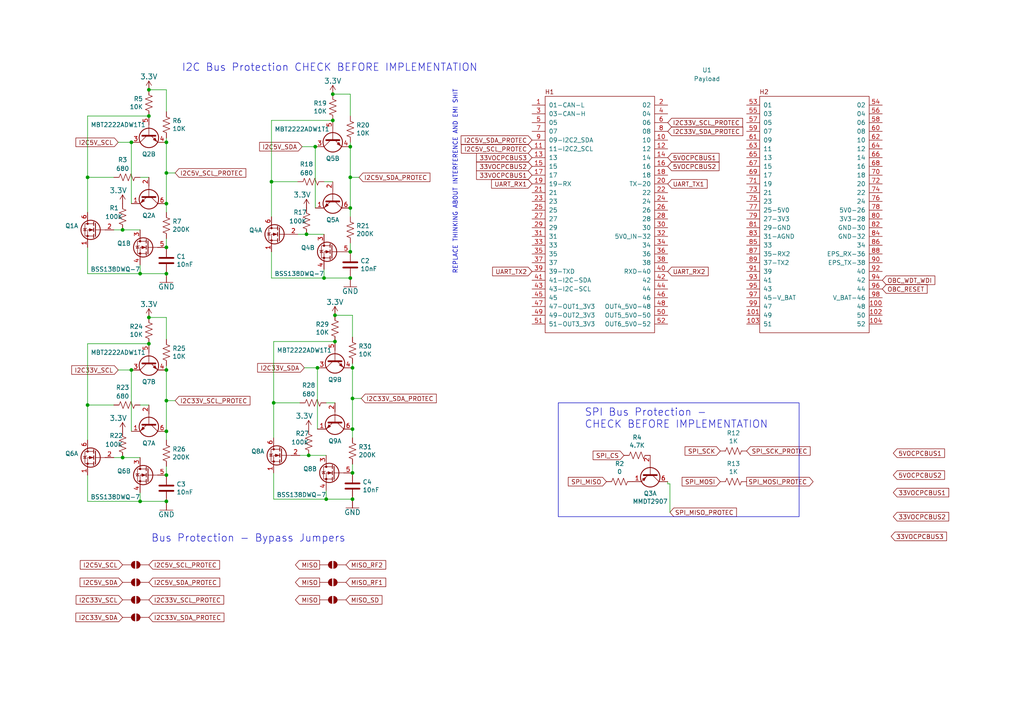
<source format=kicad_sch>
(kicad_sch (version 20231120) (generator "eeschema") (generator_version "8.0")
  (paper "A4")
  (lib_symbols
    (symbol "Device:C" (pin_numbers hide) (pin_names (offset 0.254))
      (property "Reference" "C" (at 0.635 2.54 0))
      (property "Value" "C" (at 0.635 -2.54 0))
      (symbol "C_0_1"
        (polyline (pts (xy -2.032 -0.762) (xy 2.032 -0.762)) (stroke (width 0.508)))
        (polyline (pts (xy -2.032 0.762) (xy 2.032 0.762)) (stroke (width 0.508)))
      )
      (symbol "C_1_1"
        (pin passive line (at 0 3.81 270) (length 2.794) (name "~") (number "1"))
        (pin passive line (at 0 -3.81 90) (length 2.794) (name "~") (number "2"))
      )
    )
    (symbol "Device:R_US" (pin_numbers hide) (pin_names (offset 0))
      (property "Reference" "R" (at 2.54 0 90))
      (property "Value" "R_US" (at -2.54 0 90))
      (symbol "R_US_0_1"
        (polyline (pts (xy 0 -2.286) (xy 0 -2.54)))
        (polyline (pts (xy 0 2.286) (xy 0 2.54)))
        (polyline (pts (xy 0 -0.762) (xy 1.016 -1.143) (xy 0 -1.524) (xy -1.016 -1.905) (xy 0 -2.286)))
        (polyline (pts (xy 0 0.762) (xy 1.016 0.381) (xy 0 0) (xy -1.016 -0.381) (xy 0 -0.762)))
        (polyline (pts (xy 0 2.286) (xy 1.016 1.905) (xy 0 1.524) (xy -1.016 1.143) (xy 0 0.762)))
      )
      (symbol "R_US_1_1"
        (pin passive line (at 0 3.81 270) (length 1.27) (name "~") (number "1"))
        (pin passive line (at 0 -3.81 90) (length 1.27) (name "~") (number "2"))
      )
    )
    (symbol "Jumper:SolderJumper_2_Open" (pin_numbers hide) (pin_names (offset 0) hide) (exclude_from_sim yes) (in_bom no)
      (property "Reference" "JP" (at 0 2.032 0))
      (property "Value" "SolderJumper_2_Open" (at 0 -2.54 0))
      (symbol "SolderJumper_2_Open_0_1"
        (arc (start -0.254 1.016) (mid -1.2656 0) (end -0.254 -1.016))
        (arc (start -0.254 1.016) (mid -1.2656 0) (end -0.254 -1.016) (fill (type outline)))
        (polyline (pts (xy -0.254 1.016) (xy -0.254 -1.016)))
        (polyline (pts (xy 0.254 1.016) (xy 0.254 -1.016)))
        (arc (start 0.254 -1.016) (mid 1.2656 0) (end 0.254 1.016))
        (arc (start 0.254 -1.016) (mid 1.2656 0) (end 0.254 1.016) (fill (type outline)))
      )
      (symbol "SolderJumper_2_Open_1_1"
        (pin passive line (at -3.81 0 0) (length 2.54) (name "A") (number "1"))
        (pin passive line (at 3.81 0 180) (length 2.54) (name "B") (number "2"))
      )
    )
    (symbol "PC104:Payload" (pin_names (offset 1.016))
      (property "Reference" "U" (at 44.45 34.29 0))
      (property "Value" "Payload" (at 43.18 -36.83 0))
      (symbol "Payload_0_0"
        (text "H1" (at -45.72 34.29 0) (effects (font (size 1.27 1.27))))
        (text "H2" (at 16.51 34.29 0) (effects (font (size 1.27 1.27))))
      )
      (symbol "Payload_0_1"
        (rectangle (start -46.99 33.02) (end -15.24 -35.56))
        (rectangle (start 15.24 -35.56) (end 46.99 33.02))
      )
      (symbol "Payload_1_1"
        (pin bidirectional line (at -50.8 30.48 0) (length 3.81) (name "01-CAN-L") (number "1"))
        (pin input line (at -11.43 20.32 180) (length 3.81) (name "10") (number "10"))
        (pin output line (at 50.8 -27.94 180) (length 3.81) (name "48") (number "100"))
        (pin output line (at 11.43 -30.48 0) (length 3.81) (name "49") (number "101"))
        (pin output line (at 50.8 -30.48 180) (length 3.81) (name "50") (number "102"))
        (pin output line (at 11.43 -33.02 0) (length 3.81) (name "51") (number "103"))
        (pin output line (at 50.8 -33.02 180) (length 3.81) (name "52") (number "104"))
        (pin input line (at -50.8 17.78 0) (length 3.81) (name "11-I2C2_SCL") (number "11"))
        (pin input line (at -11.43 17.78 180) (length 3.81) (name "12") (number "12"))
        (pin input line (at -50.8 15.24 0) (length 3.81) (name "13") (number "13"))
        (pin input line (at -11.43 15.24 180) (length 3.81) (name "14") (number "14"))
        (pin input line (at -50.8 12.7 0) (length 3.81) (name "15") (number "15"))
        (pin input line (at -11.43 12.7 180) (length 3.81) (name "16") (number "16"))
        (pin input line (at -50.8 10.16 0) (length 3.81) (name "17") (number "17"))
        (pin input line (at -11.43 10.16 180) (length 3.81) (name "18") (number "18"))
        (pin input line (at -50.8 7.62 0) (length 3.81) (name "19-RX") (number "19"))
        (pin input line (at -11.43 30.48 180) (length 3.81) (name "02") (number "2"))
        (pin output line (at -11.43 7.62 180) (length 3.81) (name "TX-20") (number "20"))
        (pin input line (at -50.8 5.08 0) (length 3.81) (name "21") (number "21"))
        (pin input line (at -11.43 5.08 180) (length 3.81) (name "22") (number "22"))
        (pin input line (at -50.8 2.54 0) (length 3.81) (name "23") (number "23"))
        (pin input line (at -11.43 2.54 180) (length 3.81) (name "24") (number "24"))
        (pin input line (at -50.8 0 0) (length 3.81) (name "25") (number "25"))
        (pin input line (at -11.43 0 180) (length 3.81) (name "26") (number "26"))
        (pin input line (at -50.8 -2.54 0) (length 3.81) (name "27") (number "27"))
        (pin input line (at -11.43 -2.54 180) (length 3.81) (name "28") (number "28"))
        (pin input line (at -50.8 -5.08 0) (length 3.81) (name "29") (number "29"))
        (pin bidirectional line (at -50.8 27.94 0) (length 3.81) (name "03-CAN-H") (number "3"))
        (pin input line (at -11.43 -5.08 180) (length 3.81) (name "30") (number "30"))
        (pin input line (at -50.8 -7.62 0) (length 3.81) (name "31") (number "31"))
        (pin input line (at -11.43 -7.62 180) (length 3.81) (name "5V0_IN-32") (number "32"))
        (pin input line (at -50.8 -10.16 0) (length 3.81) (name "33") (number "33"))
        (pin input line (at -11.43 -10.16 180) (length 3.81) (name "34") (number "34"))
        (pin input line (at -50.8 -12.7 0) (length 3.81) (name "35") (number "35"))
        (pin input line (at -11.43 -12.7 180) (length 3.81) (name "36") (number "36"))
        (pin input line (at -50.8 -15.24 0) (length 3.81) (name "37") (number "37"))
        (pin input line (at -11.43 -15.24 180) (length 3.81) (name "38") (number "38"))
        (pin output line (at -50.8 -17.78 0) (length 3.81) (name "39-TXD") (number "39"))
        (pin input line (at -11.43 27.94 180) (length 3.81) (name "04") (number "4"))
        (pin input line (at -11.43 -17.78 180) (length 3.81) (name "RXD-40") (number "40"))
        (pin bidirectional line (at -50.8 -20.32 0) (length 3.81) (name "41-I2C-SDA") (number "41"))
        (pin input line (at -11.43 -20.32 180) (length 3.81) (name "42") (number "42"))
        (pin input line (at -50.8 -22.86 0) (length 3.81) (name "43-I2C-SCL") (number "43"))
        (pin input line (at -11.43 -22.86 180) (length 3.81) (name "44") (number "44"))
        (pin input line (at -50.8 -25.4 0) (length 3.81) (name "45") (number "45"))
        (pin input line (at -11.43 -25.4 180) (length 3.81) (name "46") (number "46"))
        (pin output line (at -50.8 -27.94 0) (length 3.81) (name "47-OUT1_3V3") (number "47"))
        (pin output line (at -11.43 -27.94 180) (length 3.81) (name "OUT4_5V0-48") (number "48"))
        (pin output line (at -50.8 -30.48 0) (length 3.81) (name "49-OUT2_3V3") (number "49"))
        (pin input line (at -50.8 25.4 0) (length 3.81) (name "05") (number "5"))
        (pin output line (at -11.43 -30.48 180) (length 3.81) (name "OUT5_5V0-50") (number "50"))
        (pin output line (at -50.8 -33.02 0) (length 3.81) (name "51-OUT3_3V3") (number "51"))
        (pin output line (at -11.43 -33.02 180) (length 3.81) (name "OUT6_5V0-52") (number "52"))
        (pin output line (at 11.43 30.48 0) (length 3.81) (name "01") (number "53"))
        (pin output line (at 50.8 30.48 180) (length 3.81) (name "02") (number "54"))
        (pin output line (at 11.43 27.94 0) (length 3.81) (name "03") (number "55"))
        (pin output line (at 50.8 27.94 180) (length 3.81) (name "04") (number "56"))
        (pin output line (at 11.43 25.4 0) (length 3.81) (name "05") (number "57"))
        (pin output line (at 50.8 25.4 180) (length 3.81) (name "06") (number "58"))
        (pin output line (at 11.43 22.86 0) (length 3.81) (name "07") (number "59"))
        (pin input line (at -11.43 25.4 180) (length 3.81) (name "06") (number "6"))
        (pin output line (at 50.8 22.86 180) (length 3.81) (name "08") (number "60"))
        (pin output line (at 11.43 20.32 0) (length 3.81) (name "09") (number "61"))
        (pin output line (at 50.8 20.32 180) (length 3.81) (name "10") (number "62"))
        (pin output line (at 11.43 17.78 0) (length 3.81) (name "11") (number "63"))
        (pin output line (at 50.8 17.78 180) (length 3.81) (name "12") (number "64"))
        (pin output line (at 11.43 15.24 0) (length 3.81) (name "13") (number "65"))
        (pin output line (at 50.8 15.24 180) (length 3.81) (name "14") (number "66"))
        (pin output line (at 11.43 12.7 0) (length 3.81) (name "15") (number "67"))
        (pin output line (at 50.8 12.7 180) (length 3.81) (name "16") (number "68"))
        (pin output line (at 11.43 10.16 0) (length 3.81) (name "17") (number "69"))
        (pin input line (at -50.8 22.86 0) (length 3.81) (name "07") (number "7"))
        (pin output line (at 50.8 10.16 180) (length 3.81) (name "18") (number "70"))
        (pin output line (at 11.43 7.62 0) (length 3.81) (name "19") (number "71"))
        (pin output line (at 50.8 7.62 180) (length 3.81) (name "20") (number "72"))
        (pin output line (at 11.43 5.08 0) (length 3.81) (name "21") (number "73"))
        (pin output line (at 50.8 5.08 180) (length 3.81) (name "22") (number "74"))
        (pin output line (at 11.43 2.54 0) (length 3.81) (name "23") (number "75"))
        (pin output line (at 50.8 2.54 180) (length 3.81) (name "24") (number "76"))
        (pin output line (at 11.43 0 0) (length 3.81) (name "25-5V0") (number "77"))
        (pin output line (at 50.8 0 180) (length 3.81) (name "5V0-26") (number "78"))
        (pin output line (at 11.43 -2.54 0) (length 3.81) (name "27-3V3") (number "79"))
        (pin input line (at -11.43 22.86 180) (length 3.81) (name "08") (number "8"))
        (pin output line (at 50.8 -2.54 180) (length 3.81) (name "3V3-28") (number "80"))
        (pin output line (at 11.43 -5.08 0) (length 3.81) (name "29-GND") (number "81"))
        (pin output line (at 50.8 -5.08 180) (length 3.81) (name "GND-30") (number "82"))
        (pin output line (at 11.43 -7.62 0) (length 3.81) (name "31-AGND") (number "83"))
        (pin output line (at 50.8 -7.62 180) (length 3.81) (name "GND-32") (number "84"))
        (pin output line (at 11.43 -10.16 0) (length 3.81) (name "33") (number "85"))
        (pin output line (at 50.8 -10.16 180) (length 3.81) (name "34") (number "86"))
        (pin input line (at 11.43 -12.7 0) (length 3.81) (name "35-RX2") (number "87"))
        (pin input line (at 50.8 -12.7 180) (length 3.81) (name "EPS_RX-36") (number "88"))
        (pin output line (at 11.43 -15.24 0) (length 3.81) (name "37-TX2") (number "89"))
        (pin bidirectional line (at -50.8 20.32 0) (length 3.81) (name "09-I2C2_SDA") (number "9"))
        (pin output line (at 50.8 -15.24 180) (length 3.81) (name "EPS_TX-38") (number "90"))
        (pin output line (at 11.43 -17.78 0) (length 3.81) (name "39") (number "91"))
        (pin output line (at 50.8 -17.78 180) (length 3.81) (name "40") (number "92"))
        (pin output line (at 11.43 -20.32 0) (length 3.81) (name "41") (number "93"))
        (pin output line (at 50.8 -20.32 180) (length 3.81) (name "42") (number "94"))
        (pin output line (at 11.43 -22.86 0) (length 3.81) (name "43") (number "95"))
        (pin output line (at 50.8 -22.86 180) (length 3.81) (name "44") (number "96"))
        (pin output line (at 11.43 -25.4 0) (length 3.81) (name "45-V_BAT") (number "97"))
        (pin output line (at 50.8 -25.4 180) (length 3.81) (name "V_BAT-46") (number "98"))
        (pin output line (at 11.43 -27.94 0) (length 3.81) (name "47") (number "99"))
      )
    )
    (symbol "Transistor_BJT:MBT2222ADW1T1" (pin_names (offset 0) hide)
      (property "Reference" "Q" (at 5.08 1.27 0))
      (property "Value" "MBT2222ADW1T1" (at 5.08 -1.27 0))
      (symbol "MBT2222ADW1T1_0_1"
        (polyline (pts (xy 0.635 0) (xy -2.54 0)))
        (polyline (pts (xy 0.635 0.635) (xy 2.54 2.54)))
        (polyline (pts (xy 0.635 -0.635) (xy 2.54 -2.54) (xy 2.54 -2.54)))
        (polyline (pts (xy 0.635 1.905) (xy 0.635 -1.905) (xy 0.635 -1.905)) (stroke (width 0.508)))
        (polyline (pts (xy 1.27 -1.778) (xy 1.778 -1.27) (xy 2.286 -2.286) (xy 1.27 -1.778) (xy 1.27 -1.778)) (fill (type outline)))
        (circle (center 1.27 0) (radius 2.8194) (stroke (width 0.254)))
      )
      (symbol "MBT2222ADW1T1_1_1"
        (pin passive line (at 2.54 -5.08 90) (length 2.54) (name "E1") (number "1"))
        (pin input line (at -5.08 0 0) (length 2.54) (name "B1") (number "2"))
        (pin passive line (at 2.54 5.08 270) (length 2.54) (name "C1") (number "6"))
      )
      (symbol "MBT2222ADW1T1_2_1"
        (pin passive line (at 2.54 5.08 270) (length 2.54) (name "C2") (number "3"))
        (pin passive line (at 2.54 -5.08 90) (length 2.54) (name "E2") (number "4"))
        (pin input line (at -5.08 0 0) (length 2.54) (name "B2") (number "5"))
      )
    )
    (symbol "mainboard:3.3V" (power) (pin_names (offset 1.016))
      (property "Value" "3.3V" (at -1.016 3.556 0))
      (symbol "3.3V_1_0"
        (polyline (pts (xy 0 2.54) (xy -0.762 1.27)))
        (polyline (pts (xy 0.762 1.27) (xy 0 2.54)))
        (pin power_in line (at 0 0 90) (length 2.54) (name "3.3V") (number "1"))
      )
    )
    (symbol "mainboard:BSS138DWQ-7" (pin_names (offset 0.762) hide)
      (property "Reference" "Q" (at -2.54 5.08 0))
      (property "Value" "BSS138DWQ-7" (at 3.81 6.35 0))
      (symbol "BSS138DWQ-7_1_1"
        (polyline (pts (xy -1.016 0) (xy -3.81 0)))
        (polyline (pts (xy -1.016 1.905) (xy -1.016 -1.905)) (stroke (width 0.254)))
        (polyline (pts (xy -0.508 -1.27) (xy -0.508 -2.286)) (stroke (width 0.254)))
        (polyline (pts (xy -0.508 0.508) (xy -0.508 -0.508)) (stroke (width 0.254)))
        (polyline (pts (xy -0.508 2.286) (xy -0.508 1.27)) (stroke (width 0.254)))
        (polyline (pts (xy 1.27 2.54) (xy 1.27 1.778)))
        (polyline (pts (xy 1.27 -2.54) (xy 1.27 0) (xy -0.508 0)))
        (polyline (pts (xy -0.508 -1.778) (xy 2.032 -1.778) (xy 2.032 1.778) (xy -0.508 1.778)))
        (polyline (pts (xy -0.254 0) (xy 0.762 0.381) (xy 0.762 -0.381) (xy -0.254 0)) (fill (type outline)))
        (polyline (pts (xy 1.524 0.508) (xy 1.651 0.381) (xy 2.413 0.381) (xy 2.54 0.254)))
        (polyline (pts (xy 2.032 0.381) (xy 1.651 -0.254) (xy 2.413 -0.254) (xy 2.032 0.381)))
        (circle (center 0.381 0) (radius 2.794) (stroke (width 0.254)))
        (circle (center 1.27 -1.778) (radius 0.254) (fill (type outline)))
        (circle (center 1.27 1.778) (radius 0.254) (fill (type outline)))
        (pin passive line (at 1.27 -5.08 90) (length 2.54) (name "S2") (number "1"))
        (pin input line (at -6.35 0 0) (length 2.54) (name "G2") (number "2"))
        (pin passive line (at 1.27 5.08 270) (length 2.54) (name "D1") (number "6"))
      )
      (symbol "BSS138DWQ-7_2_1"
        (polyline (pts (xy -1.016 0) (xy -3.81 0)))
        (polyline (pts (xy -1.016 1.905) (xy -1.016 -1.905)) (stroke (width 0.254)))
        (polyline (pts (xy -0.508 -1.27) (xy -0.508 -2.286)) (stroke (width 0.254)))
        (polyline (pts (xy -0.508 0.508) (xy -0.508 -0.508)) (stroke (width 0.254)))
        (polyline (pts (xy -0.508 2.286) (xy -0.508 1.27)) (stroke (width 0.254)))
        (polyline (pts (xy 1.27 2.54) (xy 1.27 1.778)))
        (polyline (pts (xy 1.27 -2.54) (xy 1.27 0) (xy -0.508 0)))
        (polyline (pts (xy -0.508 -1.778) (xy 2.032 -1.778) (xy 2.032 1.778) (xy -0.508 1.778)))
        (polyline (pts (xy -0.254 0) (xy 0.762 0.381) (xy 0.762 -0.381) (xy -0.254 0)) (fill (type outline)))
        (polyline (pts (xy 1.524 0.508) (xy 1.651 0.381) (xy 2.413 0.381) (xy 2.54 0.254)))
        (polyline (pts (xy 2.032 0.381) (xy 1.651 -0.254) (xy 2.413 -0.254) (xy 2.032 0.381)))
        (circle (center 0.381 0) (radius 2.794) (stroke (width 0.254)))
        (circle (center 1.27 -1.778) (radius 0.254) (fill (type outline)))
        (circle (center 1.27 1.778) (radius 0.254) (fill (type outline)))
        (pin passive line (at 1.27 5.08 270) (length 2.54) (name "D2") (number "3"))
        (pin passive line (at 1.27 -5.08 90) (length 2.54) (name "S1") (number "4"))
        (pin input line (at -6.35 0 0) (length 2.54) (name "G1") (number "5"))
      )
    )
    (symbol "mainboard:GND" (power) (pin_names (offset 1.016))
      (property "Value" "GND" (at -2.54 -2.54 0))
      (symbol "GND_1_0"
        (polyline (pts (xy -1.905 0) (xy 1.905 0)))
        (pin power_in line (at 0 2.54 270) (length 2.54) (name "GND") (number "1"))
      )
    )
    (symbol "mainboard:MMDT2907" (pin_names (offset 0) hide)
      (property "Reference" "Q" (at 5.08 1.27 0))
      (property "Value" "MMDT2907" (at 5.08 -1.27 0))
      (symbol "MMDT2907_0_1"
        (polyline (pts (xy 0.635 0) (xy -2.54 0)))
        (polyline (pts (xy 0.635 0.635) (xy 2.54 2.54)))
        (polyline (pts (xy 0.635 -0.635) (xy 2.54 -2.54) (xy 2.54 -2.54)))
        (polyline (pts (xy 0.635 1.905) (xy 0.635 -1.905) (xy 0.635 -1.905)) (stroke (width 0.508)))
        (polyline (pts (xy 2.286 -1.778) (xy 1.778 -2.286) (xy 1.27 -1.27) (xy 2.286 -1.778) (xy 2.286 -1.778)) (fill (type outline)))
        (circle (center 1.27 0) (radius 2.8194) (stroke (width 0.254)))
      )
      (symbol "MMDT2907_1_1"
        (pin passive line (at 2.54 -5.08 90) (length 2.54) (name "E1") (number "1"))
        (pin input line (at -5.08 0 0) (length 2.54) (name "B1") (number "2"))
        (pin passive line (at 2.54 5.08 270) (length 2.54) (name "C1") (number "6"))
      )
      (symbol "MMDT2907_2_1"
        (pin passive line (at 2.54 5.08 270) (length 2.54) (name "C2") (number "3"))
        (pin passive line (at 2.54 -5.08 90) (length 2.54) (name "E2") (number "4"))
        (pin input line (at -5.08 0 0) (length 2.54) (name "B2") (number "5"))
      )
    )
  )
  (junction (at 43.18 33.655))
  (junction (at 101.6 80.645))
  (junction (at 102.235 144.78))
  (junction (at 48.26 116.205))
  (junction (at 48.26 145.415))
  (junction (at 48.26 59.055))
  (junction (at 88.9 67.945))
  (junction (at 48.26 79.375))
  (junction (at 48.26 137.795))
  (junction (at 79.375 116.84))
  (junction (at 101.6 73.025))
  (junction (at 102.235 115.57))
  (junction (at 101.6 60.325))
  (junction (at 25.4 51.435))
  (junction (at 97.155 91.44))
  (junction (at 43.18 26.035))
  (junction (at 35.56 66.675))
  (junction (at 25.4 117.475))
  (junction (at 43.18 99.695))
  (junction (at 48.26 107.315))
  (junction (at 38.1 107.315))
  (junction (at 48.26 50.165))
  (junction (at 94.615 144.78))
  (junction (at 93.98 80.645))
  (junction (at 96.52 34.925))
  (junction (at 40.64 145.415))
  (junction (at 38.1 41.275))
  (junction (at 97.155 99.06))
  (junction (at 48.26 41.275))
  (junction (at 96.52 27.305))
  (junction (at 43.18 92.075))
  (junction (at 78.74 52.705))
  (junction (at 35.56 132.715))
  (junction (at 102.235 137.16))
  (junction (at 92.075 106.68))
  (junction (at 48.26 71.755))
  (junction (at 48.26 125.095))
  (junction (at 101.6 51.435))
  (junction (at 91.44 42.545))
  (junction (at 102.235 124.46))
  (junction (at 89.535 132.08))
  (junction (at 101.6 42.545))
  (junction (at 102.235 106.68))
  (junction (at 40.64 79.375))
  (wire (pts (xy 43.18 117.475) (xy 40.64 117.475)))
  (wire (pts (xy 101.6 27.305) (xy 96.52 27.305)))
  (wire (pts (xy 79.375 144.78) (xy 94.615 144.78)))
  (wire (pts (xy 48.26 106.045) (xy 48.26 107.315)))
  (wire (pts (xy 25.4 145.415) (xy 40.64 145.415)))
  (wire (pts (xy 35.56 66.675) (xy 33.02 66.675)))
  (wire (pts (xy 194.31 148.59) (xy 194.31 140.335)))
  (wire (pts (xy 48.26 125.095) (xy 48.26 116.205)))
  (wire (pts (xy 89.535 132.08) (xy 86.995 132.08)))
  (wire (pts (xy 38.1 41.275) (xy 38.1 59.055)))
  (wire (pts (xy 94.615 132.08) (xy 89.535 132.08)))
  (wire (pts (xy 102.235 124.46) (xy 102.235 115.57)))
  (wire (pts (xy 102.235 105.41) (xy 102.235 106.68)))
  (wire (pts (xy 93.98 80.645) (xy 101.6 80.645)))
  (wire (pts (xy 94.615 142.24) (xy 94.615 144.78)))
  (wire (pts (xy 25.4 117.475) (xy 33.02 117.475)))
  (wire (pts (xy 48.26 61.595) (xy 48.26 59.055)))
  (wire (pts (xy 102.235 91.44) (xy 97.155 91.44)))
  (wire (pts (xy 87.63 42.545) (xy 91.44 42.545)))
  (wire (pts (xy 48.26 116.205) (xy 48.26 107.315)))
  (wire (pts (xy 78.74 80.645) (xy 93.98 80.645)))
  (wire (pts (xy 25.4 51.435) (xy 33.02 51.435)))
  (wire (pts (xy 48.26 127.635) (xy 48.26 125.095)))
  (wire (pts (xy 34.29 41.275) (xy 38.1 41.275)))
  (wire (pts (xy 193.675 140.335) (xy 193.675 139.7)))
  (wire (pts (xy 104.775 115.57) (xy 102.235 115.57)))
  (wire (pts (xy 48.26 135.255) (xy 48.26 137.795)))
  (wire (pts (xy 79.375 127) (xy 79.375 116.84)))
  (wire (pts (xy 97.155 116.84) (xy 94.615 116.84)))
  (wire (pts (xy 40.64 142.875) (xy 40.64 145.415)))
  (wire (pts (xy 96.52 52.705) (xy 93.98 52.705)))
  (wire (pts (xy 101.6 51.435) (xy 101.6 42.545)))
  (wire (pts (xy 48.26 32.385) (xy 48.26 26.035)))
  (wire (pts (xy 101.6 70.485) (xy 101.6 73.025)))
  (wire (pts (xy 101.6 33.655) (xy 101.6 27.305)))
  (wire (pts (xy 92.075 106.68) (xy 92.075 124.46)))
  (wire (pts (xy 78.74 52.705) (xy 78.74 34.925)))
  (wire (pts (xy 94.615 144.78) (xy 102.235 144.78)))
  (wire (pts (xy 78.74 73.025) (xy 78.74 80.645)))
  (wire (pts (xy 102.235 134.62) (xy 102.235 137.16)))
  (wire (pts (xy 25.4 71.755) (xy 25.4 79.375)))
  (wire (pts (xy 25.4 33.655) (xy 43.18 33.655)))
  (wire (pts (xy 93.98 67.945) (xy 88.9 67.945)))
  (wire (pts (xy 43.18 51.435) (xy 40.64 51.435)))
  (wire (pts (xy 25.4 137.795) (xy 25.4 145.415)))
  (wire (pts (xy 194.31 140.335) (xy 193.675 140.335)))
  (wire (pts (xy 34.29 107.315) (xy 38.1 107.315)))
  (wire (pts (xy 79.375 116.84) (xy 86.995 116.84)))
  (wire (pts (xy 25.4 79.375) (xy 40.64 79.375)))
  (wire (pts (xy 101.6 62.865) (xy 101.6 60.325)))
  (wire (pts (xy 25.4 51.435) (xy 25.4 33.655)))
  (wire (pts (xy 79.375 116.84) (xy 79.375 99.06)))
  (wire (pts (xy 91.44 42.545) (xy 91.44 60.325)))
  (wire (pts (xy 35.56 132.715) (xy 33.02 132.715)))
  (wire (pts (xy 40.64 132.715) (xy 35.56 132.715)))
  (wire (pts (xy 78.74 34.925) (xy 96.52 34.925)))
  (wire (pts (xy 102.235 115.57) (xy 102.235 106.68)))
  (wire (pts (xy 38.1 107.315) (xy 38.1 125.095)))
  (wire (pts (xy 101.6 60.325) (xy 101.6 51.435)))
  (wire (pts (xy 101.6 41.275) (xy 101.6 42.545)))
  (wire (pts (xy 40.64 66.675) (xy 35.56 66.675)))
  (wire (pts (xy 40.64 76.835) (xy 40.64 79.375)))
  (wire (pts (xy 48.26 69.215) (xy 48.26 71.755)))
  (wire (pts (xy 40.64 145.415) (xy 48.26 145.415)))
  (wire (pts (xy 50.8 116.205) (xy 48.26 116.205)))
  (wire (pts (xy 48.26 50.165) (xy 48.26 41.275)))
  (wire (pts (xy 25.4 99.695) (xy 43.18 99.695)))
  (wire (pts (xy 102.235 127) (xy 102.235 124.46)))
  (wire (pts (xy 104.14 51.435) (xy 101.6 51.435)))
  (wire (pts (xy 48.26 59.055) (xy 48.26 50.165)))
  (wire (pts (xy 48.26 92.075) (xy 43.18 92.075)))
  (wire (pts (xy 25.4 127.635) (xy 25.4 117.475)))
  (wire (pts (xy 102.235 97.79) (xy 102.235 91.44)))
  (wire (pts (xy 88.265 106.68) (xy 92.075 106.68)))
  (wire (pts (xy 25.4 61.595) (xy 25.4 51.435)))
  (wire (pts (xy 48.26 40.005) (xy 48.26 41.275)))
  (wire (pts (xy 48.26 26.035) (xy 43.18 26.035)))
  (wire (pts (xy 78.74 52.705) (xy 86.36 52.705)))
  (wire (pts (xy 40.64 79.375) (xy 48.26 79.375)))
  (wire (pts (xy 79.375 137.16) (xy 79.375 144.78)))
  (wire (pts (xy 79.375 99.06) (xy 97.155 99.06)))
  (wire (pts (xy 78.74 62.865) (xy 78.74 52.705)))
  (wire (pts (xy 48.26 98.425) (xy 48.26 92.075)))
  (wire (pts (xy 50.8 50.165) (xy 48.26 50.165)))
  (wire (pts (xy 88.9 67.945) (xy 86.36 67.945)))
  (wire (pts (xy 25.4 117.475) (xy 25.4 99.695)))
  (wire (pts (xy 93.98 78.105) (xy 93.98 80.645)))
  (rectangle (start 161.925 116.84) (end 231.775 149.86))
  (text "Bus Protection - Bypass Jumpers" (at 43.815 157.48 0) (effects (font (size 2.159 2.159)) (justify left bottom)))
  (text "I2C Bus Protection CHECK BEFORE IMPLEMENTATION" (at 52.705 20.955 0) (effects (font (size 2.159 2.159)) (justify left bottom)))
  (text "SPI Bus Protection - \nCHECK BEFORE IMPLEMENTATION\n" (at 169.545 124.46 0) (effects (font (size 2.159 2.159)) (justify left bottom)))
  (text "REPLACE THINKING ABOUT INTERFERENCE AND EMI SHIT" (at 132.08 52.705 90) (effects (font (size 1.27 1.27))))
  (global_label "I2C5V_SCL_PROTEC" (shape input) (at 50.8 50.165 0) (property "Intersheetrefs" "${INTERSHEET_REFS}" (effects (hide yes))))
  (global_label "I2C5V_SCL" (shape input) (at 35.56 163.83 180) (property "Intersheetrefs" "${INTERSHEET_REFS}" (effects (hide yes))))
  (global_label "I2C5V_SCL" (shape input) (at 34.29 41.275 180) (property "Intersheetrefs" "${INTERSHEET_REFS}" (effects (hide yes))))
  (global_label "MISO" (shape output) (at 92.71 173.99 180) (property "Intersheetrefs" "${INTERSHEET_REFS}" (effects (hide yes))))
  (global_label "I2C33V_SDA" (shape input) (at 35.56 179.07 180) (property "Intersheetrefs" "${INTERSHEET_REFS}" (effects (hide yes))))
  (global_label "I2C33V_SDA_PROTEC" (shape input) (at 193.675 38.1 0) (property "Intersheetrefs" "${INTERSHEET_REFS}" (effects (hide yes))))
  (global_label "I2C33V_SDA" (shape input) (at 88.265 106.68 180) (property "Intersheetrefs" "${INTERSHEET_REFS}" (effects (hide yes))))
  (global_label "33VOCPCBUS1" (shape input) (at 154.305 50.8 180) (property "Intersheetrefs" "${INTERSHEET_REFS}" (effects (hide yes))))
  (global_label "I2C33V_SDA_PROTEC" (shape input) (at 43.18 179.07 0) (property "Intersheetrefs" "${INTERSHEET_REFS}" (effects (hide yes))))
  (global_label "SPI_SCK" (shape input) (at 208.915 130.81 180) (property "Intersheetrefs" "${INTERSHEET_REFS}" (effects (hide yes))))
  (global_label "UART_TX2" (shape input) (at 154.305 78.74 180) (property "Intersheetrefs" "${INTERSHEET_REFS}" (effects (hide yes))))
  (global_label "5VOCPCBUS1" (shape input) (at 259.08 131.445 0) (property "Intersheetrefs" "${INTERSHEET_REFS}" (effects (hide yes))))
  (global_label "5VOCPCBUS2" (shape input) (at 259.08 137.795 0) (property "Intersheetrefs" "${INTERSHEET_REFS}" (effects (hide yes))))
  (global_label "33VOCPCBUS3" (shape input) (at 258.445 155.575 0) (property "Intersheetrefs" "${INTERSHEET_REFS}" (effects (hide yes))))
  (global_label "MISO_RF1" (shape input) (at 100.33 168.91 0) (property "Intersheetrefs" "${INTERSHEET_REFS}" (effects (hide yes))))
  (global_label "SPI_MISO" (shape input) (at 175.895 139.7 180) (property "Intersheetrefs" "${INTERSHEET_REFS}" (effects (hide yes))))
  (global_label "I2C33V_SCL_PROTEC" (shape input) (at 50.8 116.205 0) (property "Intersheetrefs" "${INTERSHEET_REFS}" (effects (hide yes))))
  (global_label "MISO" (shape output) (at 92.71 163.83 180) (property "Intersheetrefs" "${INTERSHEET_REFS}" (effects (hide yes))))
  (global_label "I2C5V_SCL_PROTEC" (shape input) (at 43.18 163.83 0) (property "Intersheetrefs" "${INTERSHEET_REFS}" (effects (hide yes))))
  (global_label "I2C5V_SDA_PROTEC" (shape input) (at 154.305 40.64 180) (property "Intersheetrefs" "${INTERSHEET_REFS}" (effects (hide yes))))
  (global_label "33VOCPCBUS2" (shape input) (at 259.08 149.86 0) (property "Intersheetrefs" "${INTERSHEET_REFS}" (effects (hide yes))))
  (global_label "UART_RX1" (shape input) (at 154.305 53.34 180) (property "Intersheetrefs" "${INTERSHEET_REFS}" (effects (hide yes))))
  (global_label "5VOCPCBUS1" (shape input) (at 193.675 45.72 0) (property "Intersheetrefs" "${INTERSHEET_REFS}" (effects (hide yes))))
  (global_label "33VOCPCBUS3" (shape input) (at 154.305 45.72 180) (property "Intersheetrefs" "${INTERSHEET_REFS}" (effects (hide yes))))
  (global_label "OBC_RESET" (shape input) (at 255.905 83.82 0) (property "Intersheetrefs" "${INTERSHEET_REFS}" (effects (hide yes))))
  (global_label "I2C33V_SCL_PROTEC" (shape input) (at 43.18 173.99 0) (property "Intersheetrefs" "${INTERSHEET_REFS}" (effects (hide yes))))
  (global_label "UART_RX2" (shape input) (at 193.675 78.74 0) (property "Intersheetrefs" "${INTERSHEET_REFS}" (effects (hide yes))))
  (global_label "I2C33V_SCL" (shape input) (at 34.29 107.315 180) (property "Intersheetrefs" "${INTERSHEET_REFS}" (effects (hide yes))))
  (global_label "MISO_RF2" (shape input) (at 100.33 163.83 0) (property "Intersheetrefs" "${INTERSHEET_REFS}" (effects (hide yes))))
  (global_label "33VOCPCBUS2" (shape input) (at 154.305 48.26 180) (property "Intersheetrefs" "${INTERSHEET_REFS}" (effects (hide yes))))
  (global_label "MISO_SD" (shape input) (at 100.33 173.99 0) (property "Intersheetrefs" "${INTERSHEET_REFS}" (effects (hide yes))))
  (global_label "UART_TX1" (shape input) (at 193.675 53.34 0) (property "Intersheetrefs" "${INTERSHEET_REFS}" (effects (hide yes))))
  (global_label "I2C5V_SDA_PROTEC" (shape input) (at 104.14 51.435 0) (property "Intersheetrefs" "${INTERSHEET_REFS}" (effects (hide yes))))
  (global_label "I2C5V_SDA" (shape input) (at 87.63 42.545 180) (property "Intersheetrefs" "${INTERSHEET_REFS}" (effects (hide yes))))
  (global_label "I2C5V_SDA_PROTEC" (shape input) (at 43.18 168.91 0) (property "Intersheetrefs" "${INTERSHEET_REFS}" (effects (hide yes))))
  (global_label "5VOCPCBUS2" (shape input) (at 193.675 48.26 0) (property "Intersheetrefs" "${INTERSHEET_REFS}" (effects (hide yes))))
  (global_label "SPI_MISO_PROTEC" (shape input) (at 194.31 148.59 0) (property "Intersheetrefs" "${INTERSHEET_REFS}" (effects (hide yes))))
  (global_label "33VOCPCBUS1" (shape input) (at 259.08 142.875 0) (property "Intersheetrefs" "${INTERSHEET_REFS}" (effects (hide yes))))
  (global_label "SPI_SCK_PROTEC" (shape input) (at 216.535 130.81 0) (property "Intersheetrefs" "${INTERSHEET_REFS}" (effects (hide yes))))
  (global_label "OBC_WDT_WDI" (shape input) (at 255.905 81.28 0) (property "Intersheetrefs" "${INTERSHEET_REFS}" (effects (hide yes))))
  (global_label "MISO" (shape output) (at 92.71 168.91 180) (property "Intersheetrefs" "${INTERSHEET_REFS}" (effects (hide yes))))
  (global_label "I2C5V_SDA" (shape input) (at 35.56 168.91 180) (property "Intersheetrefs" "${INTERSHEET_REFS}" (effects (hide yes))))
  (global_label "I2C33V_SCL" (shape input) (at 35.56 173.99 180) (property "Intersheetrefs" "${INTERSHEET_REFS}" (effects (hide yes))))
  (global_label "SPI_CS" (shape input) (at 180.975 132.08 180) (property "Intersheetrefs" "${INTERSHEET_REFS}" (effects (hide yes))))
  (global_label "I2C33V_SCL_PROTEC" (shape input) (at 193.675 35.56 0) (property "Intersheetrefs" "${INTERSHEET_REFS}" (effects (hide yes))))
  (global_label "I2C5V_SCL_PROTEC" (shape input) (at 154.305 43.18 180) (property "Intersheetrefs" "${INTERSHEET_REFS}" (effects (hide yes))))
  (global_label "SPI_MOSI" (shape input) (at 208.915 139.7 180) (property "Intersheetrefs" "${INTERSHEET_REFS}" (effects (hide yes))))
  (global_label "SPI_MOSI_PROTEC" (shape output) (at 216.535 139.7 0) (property "Intersheetrefs" "${INTERSHEET_REFS}" (effects (hide yes))))
  (global_label "I2C33V_SDA_PROTEC" (shape input) (at 104.775 115.57 0) (property "Intersheetrefs" "${INTERSHEET_REFS}" (effects (hide yes))))
  (symbol (lib_id "Jumper:SolderJumper_2_Open") (at 39.37 179.07 0) (unit 1) (exclude_from_sim yes) (in_bom no)
    (property "Reference" "JP4" (effects (hide yes)))
    (property "Value" "SolderJumper_2_Open" (effects (hide yes)))
    (property "Footprint" "Jumper:SolderJumper-2_P1.3mm_Open_RoundedPad1.0x1.5mm" (effects (hide yes)))
    (property "Description" "Solder Jumper, 2-pole, open" (effects (hide yes)))
  )
  (symbol (lib_id "Jumper:SolderJumper_2_Open") (at 96.52 163.83 0) (unit 1) (exclude_from_sim yes) (in_bom no)
    (property "Reference" "JP5" (effects (hide yes)))
    (property "Value" "SolderJumper_2_Open" (effects (hide yes)))
    (property "Footprint" "Jumper:SolderJumper-2_P1.3mm_Open_RoundedPad1.0x1.5mm" (effects (hide yes)))
    (property "Description" "Solder Jumper, 2-pole, open" (effects (hide yes)))
  )
  (symbol (lib_id "mainboard:3.3V") (at 43.18 92.075 0) (unit 1)
    (property "Reference" "#P+06" (effects (hide yes)))
    (property "Value" "3.3V" (at 43.18 88.265 0) (effects (font (size 1.4986 1.4986))))
  )
  (symbol (lib_id "Transistor_BJT:MBT2222ADW1T1") (at 96.52 57.785 270) (unit 1)
    (property "Reference" "Q5" (at 96.52 63.7794 90))
    (property "Value" "MBT2222ADW1T1" (effects (hide yes)))
    (property "Footprint" "Package_TO_SOT_SMD:SOT-363_SC-70-6" (effects (hide yes)))
    (property "Datasheet" "http://www.onsemi.com/pub_link/Collateral/MBT2222ADW1T1-D.PDF" (effects (hide yes)))
    (property "Description" "Dual NPN BJT - 2NPN" (effects (hide yes)))
    (property "Flight" "MBT2222ADW1T1G" (effects (hide yes)))
    (property "Manufacturer_Name" "ON Semiconductor" (effects (hide yes)))
    (property "Manufacturer_Part_Number" "MBT2222ADW1T1G" (effects (hide yes)))
    (property "Proto" "MBT2222ADW1T1G" (effects (hide yes)))
  )
  (symbol (lib_id "Device:R_US") (at 36.83 51.435 270) (unit 1)
    (property "Reference" "R3" (at 35.56 46.355 90))
    (property "Value" "680" (at 35.56 48.895 90))
    (property "Footprint" "Resistor_SMD:R_0603_1608Metric" (effects (hide yes)))
    (property "Description" "680 0603" (effects (hide yes)))
  )
  (symbol (lib_id "Device:R_US") (at 101.6 66.675 0) (unit 1)
    (property "Reference" "R21" (at 103.3272 65.5066 0) (effects (justify left)))
    (property "Value" "200K" (at 103.3272 67.818 0) (effects (justify left)))
    (property "Footprint" "Resistor_SMD:R_0603_1608Metric" (effects (hide yes)))
    (property "Description" "200K 0603" (effects (hide yes)))
  )
  (symbol (lib_id "mainboard:GND") (at 48.26 147.955 0) (unit 1)
    (property "Reference" "#GND03" (effects (hide yes)))
    (property "Value" "GND" (at 48.26 149.225 0) (effects (font (size 1.4986 1.4986))))
  )
  (symbol (lib_id "Device:R_US") (at 90.805 116.84 270) (unit 1)
    (property "Reference" "R28" (at 89.535 111.76 90))
    (property "Value" "680" (at 89.535 114.3 90))
    (property "Footprint" "Resistor_SMD:R_0603_1608Metric" (effects (hide yes)))
    (property "Description" "680 0603" (effects (hide yes)))
  )
  (symbol (lib_id "mainboard:3.3V") (at 43.18 26.035 0) (unit 1)
    (property "Reference" "#P+02" (effects (hide yes)))
    (property "Value" "3.3V" (at 43.18 22.225 0) (effects (font (size 1.4986 1.4986))))
  )
  (symbol (lib_id "Transistor_BJT:MBT2222ADW1T1") (at 43.18 38.735 90) (mirror x) (unit 2)
    (property "Reference" "Q2" (at 43.18 44.704 90))
    (property "Value" "MBT2222ADW1T1" (at 34.29 36.195 90))
    (property "Footprint" "Package_TO_SOT_SMD:SOT-363_SC-70-6" (effects (hide yes)))
    (property "Datasheet" "http://www.onsemi.com/pub_link/Collateral/MBT2222ADW1T1-D.PDF" (effects (hide yes)))
    (property "Description" "Dual NPN BJT - 2NPN" (effects (hide yes)))
    (property "Flight" "MBT2222ADW1T1G" (effects (hide yes)))
    (property "Manufacturer_Name" "ON Semiconductor" (effects (hide yes)))
    (property "Manufacturer_Part_Number" "MBT2222ADW1T1G" (effects (hide yes)))
    (property "Proto" "MBT2222ADW1T1G" (effects (hide yes)))
  )
  (symbol (lib_id "Device:C") (at 102.235 140.97 0) (unit 1)
    (property "Reference" "C4" (at 105.156 139.8016 0) (effects (justify left)))
    (property "Value" "10nF" (at 105.156 142.113 0) (effects (justify left)))
    (property "Footprint" "Capacitor_SMD:C_0603_1608Metric" (effects (hide yes)))
    (property "Description" "10nF +-10% 50V X7R" (effects (hide yes)))
  )
  (symbol (lib_id "mainboard:BSS138DWQ-7") (at 95.25 73.025 0) (mirror y) (unit 2)
    (property "Reference" "Q4" (at 91.313 71.8566 0) (effects (justify left)))
    (property "Value" "BSS138DWQ-7" (effects (hide yes)))
    (property "Footprint" "mainboard:BSS138DWQ-7" (effects (hide yes)))
    (property "Datasheet" "https://www.diodes.com/assets/Datasheets/BSS138DWQ.pdf" (effects (hide yes)))
    (property "Description" "Dual N-Channel MOSFET - 2NMOS" (effects (hide yes)))
    (property "Flight" "BSS138DWQ-7" (effects (hide yes)))
    (property "Manufacturer_Name" "Diodes Incorporated" (effects (hide yes)))
    (property "Manufacturer_Part_Number" "BSS138DWQ-7" (effects (hide yes)))
    (property "Proto" "BSS138DWQ-7" (effects (hide yes)))
  )
  (symbol (lib_id "Device:R_US") (at 102.235 130.81 0) (unit 1)
    (property "Reference" "R31" (at 103.9622 129.6416 0) (effects (justify left)))
    (property "Value" "200K" (at 103.9622 131.953 0) (effects (justify left)))
    (property "Footprint" "Resistor_SMD:R_0603_1608Metric" (effects (hide yes)))
    (property "Description" "200K 0603" (effects (hide yes)))
  )
  (symbol (lib_id "Transistor_BJT:MBT2222ADW1T1") (at 43.18 122.555 270) (unit 1)
    (property "Reference" "Q7" (at 43.18 128.5494 90))
    (property "Value" "MBT2222ADW1T1" (effects (hide yes)))
    (property "Footprint" "Package_TO_SOT_SMD:SOT-363_SC-70-6" (effects (hide yes)))
    (property "Datasheet" "http://www.onsemi.com/pub_link/Collateral/MBT2222ADW1T1-D.PDF" (effects (hide yes)))
    (property "Description" "Dual NPN BJT - 2NPN" (effects (hide yes)))
    (property "Flight" "MBT2222ADW1T1G" (effects (hide yes)))
    (property "Manufacturer_Name" "ON Semiconductor" (effects (hide yes)))
    (property "Manufacturer_Part_Number" "MBT2222ADW1T1G" (effects (hide yes)))
    (property "Proto" "MBT2222ADW1T1G" (effects (hide yes)))
  )
  (symbol (lib_id "Device:R_US") (at 48.26 131.445 0) (unit 1)
    (property "Reference" "R26" (at 49.9872 130.2766 0) (effects (justify left)))
    (property "Value" "200K" (at 49.9872 132.588 0) (effects (justify left)))
    (property "Footprint" "Resistor_SMD:R_0603_1608Metric" (effects (hide yes)))
    (property "Description" "200K 0603" (effects (hide yes)))
  )
  (symbol (lib_id "Device:R_US") (at 48.26 102.235 0) (unit 1)
    (property "Reference" "R25" (at 49.9872 101.0666 0) (effects (justify left)))
    (property "Value" "10K" (at 49.9872 103.378 0) (effects (justify left)))
    (property "Footprint" "Resistor_SMD:R_0603_1608Metric" (effects (hide yes)))
    (property "Description" "10K 0603" (effects (hide yes)))
  )
  (symbol (lib_id "Device:R_US") (at 97.155 95.25 0) (unit 1)
    (property "Reference" "R29" (at 95.4532 94.0816 0) (effects (justify right)))
    (property "Value" "10K" (at 95.4532 96.393 0) (effects (justify right)))
    (property "Footprint" "Resistor_SMD:R_0603_1608Metric" (effects (hide yes)))
    (property "Description" "10K 0603" (effects (hide yes)))
  )
  (symbol (lib_id "Device:R_US") (at 35.56 128.905 0) (unit 1)
    (property "Reference" "R22" (at 31.75 126.365 0) (effects (justify left)))
    (property "Value" "100K" (at 30.48 128.905 0) (effects (justify left)))
    (property "Footprint" "Resistor_SMD:R_0603_1608Metric" (effects (hide yes)))
    (property "Description" "100K 0603" (effects (hide yes)))
  )
  (symbol (lib_id "Transistor_BJT:MBT2222ADW1T1") (at 97.155 104.14 90) (mirror x) (unit 2)
    (property "Reference" "Q9" (at 97.155 110.109 90))
    (property "Value" "MBT2222ADW1T1" (at 88.265 101.6 90))
    (property "Footprint" "Package_TO_SOT_SMD:SOT-363_SC-70-6" (effects (hide yes)))
    (property "Datasheet" "http://www.onsemi.com/pub_link/Collateral/MBT2222ADW1T1-D.PDF" (effects (hide yes)))
    (property "Description" "Dual NPN BJT - 2NPN" (effects (hide yes)))
    (property "Flight" "MBT2222ADW1T1G" (effects (hide yes)))
    (property "Manufacturer_Name" "ON Semiconductor" (effects (hide yes)))
    (property "Manufacturer_Part_Number" "MBT2222ADW1T1G" (effects (hide yes)))
    (property "Proto" "MBT2222ADW1T1G" (effects (hide yes)))
  )
  (symbol (lib_id "mainboard:BSS138DWQ-7") (at 41.91 137.795 0) (mirror y) (unit 2)
    (property "Reference" "Q6" (at 37.973 136.6266 0) (effects (justify left)))
    (property "Value" "BSS138DWQ-7" (effects (hide yes)))
    (property "Footprint" "mainboard:BSS138DWQ-7" (effects (hide yes)))
    (property "Datasheet" "https://www.diodes.com/assets/Datasheets/BSS138DWQ.pdf" (effects (hide yes)))
    (property "Description" "Dual N-Channel MOSFET - 2NMOS" (effects (hide yes)))
    (property "Flight" "BSS138DWQ-7" (effects (hide yes)))
    (property "Manufacturer_Name" "Diodes Incorporated" (effects (hide yes)))
    (property "Manufacturer_Part_Number" "BSS138DWQ-7" (effects (hide yes)))
    (property "Proto" "BSS138DWQ-7" (effects (hide yes)))
  )
  (symbol (lib_id "Device:R_US") (at 88.9 64.135 0) (unit 1)
    (property "Reference" "R17" (at 85.09 61.595 0) (effects (justify left)))
    (property "Value" "100K" (at 83.82 64.135 0) (effects (justify left)))
    (property "Footprint" "Resistor_SMD:R_0603_1608Metric" (effects (hide yes)))
    (property "Description" "100K 0603" (effects (hide yes)))
  )
  (symbol (lib_id "mainboard:3.3V") (at 35.56 125.095 0) (unit 1)
    (property "Reference" "#P+05" (effects (hide yes)))
    (property "Value" "3.3V" (at 34.29 121.285 0) (effects (font (size 1.4986 1.4986))))
  )
  (symbol (lib_id "mainboard:GND") (at 101.6 83.185 0) (unit 1)
    (property "Reference" "#GND02" (effects (hide yes)))
    (property "Value" "GND" (at 101.6 84.455 0) (effects (font (size 1.4986 1.4986))))
  )
  (symbol (lib_id "Device:C") (at 101.6 76.835 0) (unit 1)
    (property "Reference" "C2" (at 104.521 75.6666 0) (effects (justify left)))
    (property "Value" "10nF" (at 104.521 77.978 0) (effects (justify left)))
    (property "Footprint" "Capacitor_SMD:C_0603_1608Metric" (effects (hide yes)))
    (property "Description" "10nF +-10% 50V X7R" (effects (hide yes)))
  )
  (symbol (lib_id "mainboard:MMDT2907") (at 188.595 137.16 270) (unit 1)
    (property "Reference" "Q3" (at 188.595 143.129 90))
    (property "Value" "MMDT2907" (at 188.595 145.4404 90))
    (property "Footprint" "Package_TO_SOT_SMD:SOT-363_SC-70-6" (effects (hide yes)))
    (property "Datasheet" "https://www.diodes.com/assets/Datasheets/MMDT2907AQ.pdf" (effects (hide yes)))
    (property "Description" "Dual PNP BJT - 2PNP" (effects (hide yes)))
    (property "Flight" "MMDT2907AQ-7-F" (effects (hide yes)))
    (property "Manufacturer_Name" "Diodes Incorporated" (effects (hide yes)))
    (property "Manufacturer_Part_Number" "MMDT2907AQ-7-F" (effects (hide yes)))
    (property "Proto" "MMDT2907A" (effects (hide yes)))
  )
  (symbol (lib_id "Transistor_BJT:MBT2222ADW1T1") (at 97.155 121.92 270) (unit 1)
    (property "Reference" "Q9" (at 97.155 127.9144 90))
    (property "Value" "MBT2222ADW1T1" (effects (hide yes)))
    (property "Footprint" "Package_TO_SOT_SMD:SOT-363_SC-70-6" (effects (hide yes)))
    (property "Datasheet" "http://www.onsemi.com/pub_link/Collateral/MBT2222ADW1T1-D.PDF" (effects (hide yes)))
    (property "Description" "Dual NPN BJT - 2NPN" (effects (hide yes)))
    (property "Flight" "MBT2222ADW1T1G" (effects (hide yes)))
    (property "Manufacturer_Name" "ON Semiconductor" (effects (hide yes)))
    (property "Manufacturer_Part_Number" "MBT2222ADW1T1G" (effects (hide yes)))
    (property "Proto" "MBT2222ADW1T1G" (effects (hide yes)))
  )
  (symbol (lib_id "mainboard:GND") (at 48.26 81.915 0) (unit 1)
    (property "Reference" "#GND01" (effects (hide yes)))
    (property "Value" "GND" (at 48.26 83.185 0) (effects (font (size 1.4986 1.4986))))
  )
  (symbol (lib_id "mainboard:3.3V") (at 35.56 59.055 0) (unit 1)
    (property "Reference" "#P+01" (effects (hide yes)))
    (property "Value" "3.3V" (at 34.29 55.245 0) (effects (font (size 1.4986 1.4986))))
  )
  (symbol (lib_id "mainboard:BSS138DWQ-7") (at 26.67 132.715 0) (mirror y) (unit 1)
    (property "Reference" "Q6" (at 22.733 131.5466 0) (effects (justify left)))
    (property "Value" "BSS138DWQ-7" (at 40.64 144.145 0) (effects (justify left)))
    (property "Footprint" "mainboard:BSS138DWQ-7" (effects (hide yes)))
    (property "Datasheet" "https://www.diodes.com/assets/Datasheets/BSS138DWQ.pdf" (effects (hide yes)))
    (property "Description" "Dual N-Channel MOSFET - 2NMOS" (effects (hide yes)))
    (property "Flight" "BSS138DWQ-7" (effects (hide yes)))
    (property "Manufacturer_Name" "Diodes Incorporated" (effects (hide yes)))
    (property "Manufacturer_Part_Number" "BSS138DWQ-7" (effects (hide yes)))
    (property "Proto" "BSS138DWQ-7" (effects (hide yes)))
  )
  (symbol (lib_id "mainboard:BSS138DWQ-7") (at 80.645 132.08 0) (mirror y) (unit 1)
    (property "Reference" "Q8" (at 76.708 130.9116 0) (effects (justify left)))
    (property "Value" "BSS138DWQ-7" (at 94.615 143.51 0) (effects (justify left)))
    (property "Footprint" "mainboard:BSS138DWQ-7" (effects (hide yes)))
    (property "Datasheet" "https://www.diodes.com/assets/Datasheets/BSS138DWQ.pdf" (effects (hide yes)))
    (property "Description" "Dual N-Channel MOSFET - 2NMOS" (effects (hide yes)))
    (property "Flight" "BSS138DWQ-7" (effects (hide yes)))
    (property "Manufacturer_Name" "Diodes Incorporated" (effects (hide yes)))
    (property "Manufacturer_Part_Number" "BSS138DWQ-7" (effects (hide yes)))
    (property "Proto" "BSS138DWQ-7" (effects (hide yes)))
  )
  (symbol (lib_id "mainboard:3.3V") (at 89.535 124.46 0) (unit 1)
    (property "Reference" "#P+07" (effects (hide yes)))
    (property "Value" "3.3V" (at 88.265 120.65 0) (effects (font (size 1.4986 1.4986))))
  )
  (symbol (lib_id "mainboard:BSS138DWQ-7") (at 80.01 67.945 0) (mirror y) (unit 1)
    (property "Reference" "Q4" (at 76.073 66.7766 0) (effects (justify left)))
    (property "Value" "BSS138DWQ-7" (at 93.98 79.375 0) (effects (justify left)))
    (property "Footprint" "mainboard:BSS138DWQ-7" (effects (hide yes)))
    (property "Datasheet" "https://www.diodes.com/assets/Datasheets/BSS138DWQ.pdf" (effects (hide yes)))
    (property "Description" "Dual N-Channel MOSFET - 2NMOS" (effects (hide yes)))
    (property "Flight" "BSS138DWQ-7" (effects (hide yes)))
    (property "Manufacturer_Name" "Diodes Incorporated" (effects (hide yes)))
    (property "Manufacturer_Part_Number" "BSS138DWQ-7" (effects (hide yes)))
    (property "Proto" "BSS138DWQ-7" (effects (hide yes)))
  )
  (symbol (lib_id "mainboard:3.3V") (at 96.52 27.305 0) (unit 1)
    (property "Reference" "#P+04" (effects (hide yes)))
    (property "Value" "3.3V" (at 96.52 23.495 0) (effects (font (size 1.4986 1.4986))))
  )
  (symbol (lib_id "Device:R_US") (at 101.6 37.465 0) (unit 1)
    (property "Reference" "R20" (at 103.3272 36.2966 0) (effects (justify left)))
    (property "Value" "10K" (at 103.3272 38.608 0) (effects (justify left)))
    (property "Footprint" "Resistor_SMD:R_0603_1608Metric" (effects (hide yes)))
    (property "Description" "10K 0603" (effects (hide yes)))
  )
  (symbol (lib_id "Transistor_BJT:MBT2222ADW1T1") (at 96.52 40.005 90) (mirror x) (unit 2)
    (property "Reference" "Q5" (at 96.52 45.974 90))
    (property "Value" "MBT2222ADW1T1" (at 87.63 37.465 90))
    (property "Footprint" "Package_TO_SOT_SMD:SOT-363_SC-70-6" (effects (hide yes)))
    (property "Datasheet" "http://www.onsemi.com/pub_link/Collateral/MBT2222ADW1T1-D.PDF" (effects (hide yes)))
    (property "Description" "Dual NPN BJT - 2NPN" (effects (hide yes)))
    (property "Flight" "MBT2222ADW1T1G" (effects (hide yes)))
    (property "Manufacturer_Name" "ON Semiconductor" (effects (hide yes)))
    (property "Manufacturer_Part_Number" "MBT2222ADW1T1G" (effects (hide yes)))
    (property "Proto" "MBT2222ADW1T1G" (effects (hide yes)))
  )
  (symbol (lib_id "Device:R_US") (at 90.17 52.705 270) (unit 1)
    (property "Reference" "R18" (at 88.9 47.625 90))
    (property "Value" "680" (at 88.9 50.165 90))
    (property "Footprint" "Resistor_SMD:R_0603_1608Metric" (effects (hide yes)))
    (property "Description" "680 0603" (effects (hide yes)))
  )
  (symbol (lib_id "Device:C") (at 48.26 75.565 0) (unit 1)
    (property "Reference" "C1" (at 51.181 74.3966 0) (effects (justify left)))
    (property "Value" "10nF" (at 51.181 76.708 0) (effects (justify left)))
    (property "Footprint" "Capacitor_SMD:C_0603_1608Metric" (effects (hide yes)))
    (property "Description" "10nF +-10% 50V X7R" (effects (hide yes)))
  )
  (symbol (lib_id "Device:R_US") (at 36.83 117.475 270) (unit 1)
    (property "Reference" "R23" (at 35.56 112.395 90))
    (property "Value" "680" (at 35.56 114.935 90))
    (property "Footprint" "Resistor_SMD:R_0603_1608Metric" (effects (hide yes)))
    (property "Description" "680 0603" (effects (hide yes)))
  )
  (symbol (lib_id "mainboard:BSS138DWQ-7") (at 41.91 71.755 0) (mirror y) (unit 2)
    (property "Reference" "Q1" (at 37.973 70.5866 0) (effects (justify left)))
    (property "Value" "BSS138DWQ-7" (effects (hide yes)))
    (property "Footprint" "mainboard:BSS138DWQ-7" (effects (hide yes)))
    (property "Datasheet" "https://www.diodes.com/assets/Datasheets/BSS138DWQ.pdf" (effects (hide yes)))
    (property "Description" "Dual N-Channel MOSFET - 2NMOS" (effects (hide yes)))
    (property "Flight" "BSS138DWQ-7" (effects (hide yes)))
    (property "Manufacturer_Name" "Diodes Incorporated" (effects (hide yes)))
    (property "Manufacturer_Part_Number" "BSS138DWQ-7" (effects (hide yes)))
    (property "Proto" "BSS138DWQ-7" (effects (hide yes)))
  )
  (symbol (lib_id "Device:R_US") (at 48.26 65.405 0) (unit 1)
    (property "Reference" "R7" (at 49.9872 64.2366 0) (effects (justify left)))
    (property "Value" "200K" (at 49.9872 66.548 0) (effects (justify left)))
    (property "Footprint" "Resistor_SMD:R_0603_1608Metric" (effects (hide yes)))
    (property "Description" "200K 0603" (effects (hide yes)))
  )
  (symbol (lib_id "Device:R_US") (at 43.18 29.845 0) (unit 1)
    (property "Reference" "R5" (at 41.4782 28.6766 0) (effects (justify right)))
    (property "Value" "10K" (at 41.4782 30.988 0) (effects (justify right)))
    (property "Footprint" "Resistor_SMD:R_0603_1608Metric" (effects (hide yes)))
    (property "Description" "10K 0603" (effects (hide yes)))
  )
  (symbol (lib_id "Transistor_BJT:MBT2222ADW1T1") (at 43.18 104.775 90) (mirror x) (unit 2)
    (property "Reference" "Q7" (at 43.18 110.744 90))
    (property "Value" "MBT2222ADW1T1" (at 34.29 102.235 90))
    (property "Footprint" "Package_TO_SOT_SMD:SOT-363_SC-70-6" (effects (hide yes)))
    (property "Datasheet" "http://www.onsemi.com/pub_link/Collateral/MBT2222ADW1T1-D.PDF" (effects (hide yes)))
    (property "Description" "Dual NPN BJT - 2NPN" (effects (hide yes)))
    (property "Flight" "MBT2222ADW1T1G" (effects (hide yes)))
    (property "Manufacturer_Name" "ON Semiconductor" (effects (hide yes)))
    (property "Manufacturer_Part_Number" "MBT2222ADW1T1G" (effects (hide yes)))
    (property "Proto" "MBT2222ADW1T1G" (effects (hide yes)))
  )
  (symbol (lib_id "Device:R_US") (at 89.535 128.27 0) (unit 1)
    (property "Reference" "R27" (at 85.725 125.73 0) (effects (justify left)))
    (property "Value" "100K" (at 84.455 128.27 0) (effects (justify left)))
    (property "Footprint" "Resistor_SMD:R_0603_1608Metric" (effects (hide yes)))
    (property "Description" "100K 0603" (effects (hide yes)))
  )
  (symbol (lib_id "mainboard:BSS138DWQ-7") (at 26.67 66.675 0) (mirror y) (unit 1)
    (property "Reference" "Q1" (at 22.733 65.5066 0) (effects (justify left)))
    (property "Value" "BSS138DWQ-7" (at 40.64 78.105 0) (effects (justify left)))
    (property "Footprint" "mainboard:BSS138DWQ-7" (effects (hide yes)))
    (property "Datasheet" "https://www.diodes.com/assets/Datasheets/BSS138DWQ.pdf" (effects (hide yes)))
    (property "Description" "Dual N-Channel MOSFET - 2NMOS" (effects (hide yes)))
    (property "Flight" "BSS138DWQ-7" (effects (hide yes)))
    (property "Manufacturer_Name" "Diodes Incorporated" (effects (hide yes)))
    (property "Manufacturer_Part_Number" "BSS138DWQ-7" (effects (hide yes)))
    (property "Proto" "BSS138DWQ-7" (effects (hide yes)))
  )
  (symbol (lib_id "mainboard:BSS138DWQ-7") (at 95.885 137.16 0) (mirror y) (unit 2)
    (property "Reference" "Q8" (at 91.948 135.9916 0) (effects (justify left)))
    (property "Value" "BSS138DWQ-7" (effects (hide yes)))
    (property "Footprint" "mainboard:BSS138DWQ-7" (effects (hide yes)))
    (property "Datasheet" "https://www.diodes.com/assets/Datasheets/BSS138DWQ.pdf" (effects (hide yes)))
    (property "Description" "Dual N-Channel MOSFET - 2NMOS" (effects (hide yes)))
    (property "Flight" "BSS138DWQ-7" (effects (hide yes)))
    (property "Manufacturer_Name" "Diodes Incorporated" (effects (hide yes)))
    (property "Manufacturer_Part_Number" "BSS138DWQ-7" (effects (hide yes)))
    (property "Proto" "BSS138DWQ-7" (effects (hide yes)))
  )
  (symbol (lib_id "Device:R_US") (at 184.785 132.08 270) (unit 1)
    (property "Reference" "R4" (at 184.785 126.873 90))
    (property "Value" "4.7K" (at 184.785 129.1844 90))
    (property "Footprint" "Resistor_SMD:R_0603_1608Metric" (effects (hide yes)))
    (property "Description" "4.7K 0603" (effects (hide yes)))
  )
  (symbol (lib_id "Jumper:SolderJumper_2_Open") (at 96.52 173.99 0) (unit 1) (exclude_from_sim yes) (in_bom no)
    (property "Reference" "JP7" (effects (hide yes)))
    (property "Value" "SolderJumper_2_Open" (effects (hide yes)))
    (property "Footprint" "Jumper:SolderJumper-2_P1.3mm_Open_RoundedPad1.0x1.5mm" (effects (hide yes)))
    (property "Description" "Solder Jumper, 2-pole, open" (effects (hide yes)))
  )
  (symbol (lib_id "Device:R_US") (at 179.705 139.7 270) (unit 1)
    (property "Reference" "R2" (at 179.705 134.493 90))
    (property "Value" "0" (at 179.705 136.8044 90))
    (property "Footprint" "Resistor_SMD:R_0603_1608Metric" (effects (hide yes)))
    (property "Description" "0 0603" (effects (hide yes)))
  )
  (symbol (lib_id "mainboard:GND") (at 102.235 147.32 0) (unit 1)
    (property "Reference" "#GND04" (effects (hide yes)))
    (property "Value" "GND" (at 102.235 148.59 0) (effects (font (size 1.4986 1.4986))))
  )
  (symbol (lib_id "Transistor_BJT:MBT2222ADW1T1") (at 43.18 56.515 270) (unit 1)
    (property "Reference" "Q2" (at 43.18 62.5094 90))
    (property "Value" "MBT2222ADW1T1" (effects (hide yes)))
    (property "Footprint" "Package_TO_SOT_SMD:SOT-363_SC-70-6" (effects (hide yes)))
    (property "Datasheet" "http://www.onsemi.com/pub_link/Collateral/MBT2222ADW1T1-D.PDF" (effects (hide yes)))
    (property "Description" "Dual NPN BJT - 2NPN" (effects (hide yes)))
    (property "Flight" "MBT2222ADW1T1G" (effects (hide yes)))
    (property "Manufacturer_Name" "ON Semiconductor" (effects (hide yes)))
    (property "Manufacturer_Part_Number" "MBT2222ADW1T1G" (effects (hide yes)))
    (property "Proto" "MBT2222ADW1T1G" (effects (hide yes)))
  )
  (symbol (lib_id "Device:R_US") (at 43.18 95.885 0) (unit 1)
    (property "Reference" "R24" (at 41.4782 94.7166 0) (effects (justify right)))
    (property "Value" "10K" (at 41.4782 97.028 0) (effects (justify right)))
    (property "Footprint" "Resistor_SMD:R_0603_1608Metric" (effects (hide yes)))
    (property "Description" "10K 0603" (effects (hide yes)))
  )
  (symbol (lib_id "mainboard:3.3V") (at 88.9 60.325 0) (unit 1)
    (property "Reference" "#P+03" (effects (hide yes)))
    (property "Value" "3.3V" (at 87.63 56.515 0) (effects (font (size 1.4986 1.4986))))
  )
  (symbol (lib_id "mainboard:3.3V") (at 97.155 91.44 0) (unit 1)
    (property "Reference" "#P+08" (effects (hide yes)))
    (property "Value" "3.3V" (at 97.155 87.63 0) (effects (font (size 1.4986 1.4986))))
  )
  (symbol (lib_id "Device:R_US") (at 102.235 101.6 0) (unit 1)
    (property "Reference" "R30" (at 103.9622 100.4316 0) (effects (justify left)))
    (property "Value" "10K" (at 103.9622 102.743 0) (effects (justify left)))
    (property "Footprint" "Resistor_SMD:R_0603_1608Metric" (effects (hide yes)))
    (property "Description" "10K 0603" (effects (hide yes)))
  )
  (symbol (lib_id "Jumper:SolderJumper_2_Open") (at 39.37 163.83 0) (unit 1) (exclude_from_sim yes) (in_bom no)
    (property "Reference" "JP1" (effects (hide yes)))
    (property "Value" "SolderJumper_2_Open" (effects (hide yes)))
    (property "Footprint" "Jumper:SolderJumper-2_P1.3mm_Open_RoundedPad1.0x1.5mm" (effects (hide yes)))
    (property "Description" "Solder Jumper, 2-pole, open" (effects (hide yes)))
  )
  (symbol (lib_id "Device:R_US") (at 212.725 130.81 270) (unit 1)
    (property "Reference" "R12" (at 212.725 125.603 90))
    (property "Value" "1K" (at 212.725 127.9144 90))
    (property "Footprint" "Resistor_SMD:R_0603_1608Metric" (effects (hide yes)))
    (property "Description" "1K 0603" (effects (hide yes)))
  )
  (symbol (lib_id "PC104:Payload") (at 205.105 60.96 0) (unit 1)
    (property "Reference" "U1" (at 205.0494 20.32 0))
    (property "Value" "Payload" (at 205.0494 22.86 0))
    (property "JLCPCB Part#" "ESQ-126-24-G-D" (effects (hide yes)))
  )
  (symbol (lib_id "Jumper:SolderJumper_2_Open") (at 39.37 173.99 0) (unit 1) (exclude_from_sim yes) (in_bom no)
    (property "Reference" "JP3" (effects (hide yes)))
    (property "Value" "SolderJumper_2_Open" (effects (hide yes)))
    (property "Footprint" "Jumper:SolderJumper-2_P1.3mm_Open_RoundedPad1.0x1.5mm" (effects (hide yes)))
    (property "Description" "Solder Jumper, 2-pole, open" (effects (hide yes)))
  )
  (symbol (lib_id "Jumper:SolderJumper_2_Open") (at 96.52 168.91 0) (unit 1) (exclude_from_sim yes) (in_bom no)
    (property "Reference" "JP6" (effects (hide yes)))
    (property "Value" "SolderJumper_2_Open" (effects (hide yes)))
    (property "Footprint" "Jumper:SolderJumper-2_P1.3mm_Open_RoundedPad1.0x1.5mm" (effects (hide yes)))
    (property "Description" "Solder Jumper, 2-pole, open" (effects (hide yes)))
  )
  (symbol (lib_id "Device:C") (at 48.26 141.605 0) (unit 1)
    (property "Reference" "C3" (at 51.181 140.4366 0) (effects (justify left)))
    (property "Value" "10nF" (at 51.181 142.748 0) (effects (justify left)))
    (property "Footprint" "Capacitor_SMD:C_0603_1608Metric" (effects (hide yes)))
    (property "Description" "10nF +-10% 50V X7R" (effects (hide yes)))
  )
  (symbol (lib_id "Device:R_US") (at 96.52 31.115 0) (unit 1)
    (property "Reference" "R19" (at 94.8182 29.9466 0) (effects (justify right)))
    (property "Value" "10K" (at 94.8182 32.258 0) (effects (justify right)))
    (property "Footprint" "Resistor_SMD:R_0603_1608Metric" (effects (hide yes)))
    (property "Description" "10K 0603" (effects (hide yes)))
  )
  (symbol (lib_id "Device:R_US") (at 48.26 36.195 0) (unit 1)
    (property "Reference" "R6" (at 49.9872 35.0266 0) (effects (justify left)))
    (property "Value" "10K" (at 49.9872 37.338 0) (effects (justify left)))
    (property "Footprint" "Resistor_SMD:R_0603_1608Metric" (effects (hide yes)))
    (property "Description" "10K 0603" (effects (hide yes)))
  )
  (symbol (lib_id "Jumper:SolderJumper_2_Open") (at 39.37 168.91 0) (unit 1) (exclude_from_sim yes) (in_bom no)
    (property "Reference" "JP2" (effects (hide yes)))
    (property "Value" "SolderJumper_2_Open" (effects (hide yes)))
    (property "Footprint" "Jumper:SolderJumper-2_P1.3mm_Open_RoundedPad1.0x1.5mm" (effects (hide yes)))
    (property "Description" "Solder Jumper, 2-pole, open" (effects (hide yes)))
  )
  (symbol (lib_id "Device:R_US") (at 212.725 139.7 90) (unit 1)
    (property "Reference" "R13" (at 212.725 134.493 90))
    (property "Value" "1K" (at 212.725 136.8044 90))
    (property "Footprint" "Resistor_SMD:R_0603_1608Metric" (effects (hide yes)))
    (property "Description" "1K 0603" (effects (hide yes)))
  )
  (symbol (lib_id "Device:R_US") (at 35.56 62.865 0) (unit 1)
    (property "Reference" "R1" (at 31.75 60.325 0) (effects (justify left)))
    (property "Value" "100K" (at 30.48 62.865 0) (effects (justify left)))
    (property "Footprint" "Resistor_SMD:R_0603_1608Metric" (effects (hide yes)))
    (property "Description" "100K 0603" (effects (hide yes)))
  )
)
</source>
